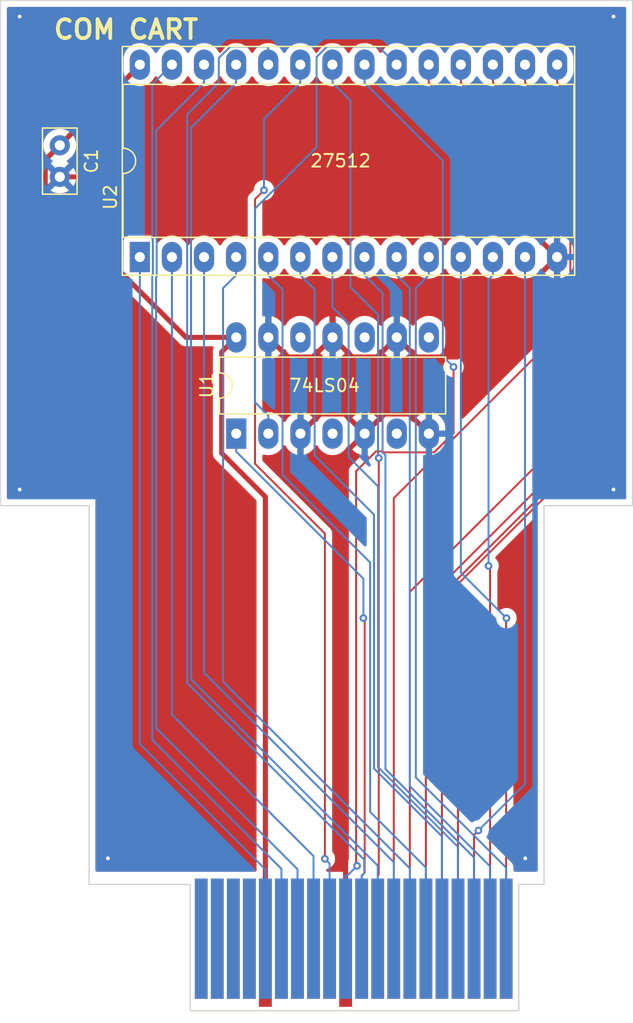
<source format=kicad_pcb>
(kicad_pcb (version 20221018) (generator pcbnew)
  (layers (0 "F.Cu" signal) (31 "B.Cu" signal) (34 "B.Paste" user) (35 "F.Paste" user) (36 "B.SilkS" user "B.Silkscreen") (37 "F.SilkS" user "F.Silkscreen") (38 "B.Mask" user) (39 "F.Mask" user) (44 "Edge.Cuts" user))
  (net 0 "")
  (net 1 "Net-(J1-CE)")
  (net 2 "~{CE}")
  (net 3 "GND")
  (net 9 "+5V")
  (net 10 "A15")
  (net 11 "A12")
  (net 12 "A7")
  (net 13 "A6")
  (net 14 "A5")
  (net 15 "A4")
  (net 16 "A3")
  (net 17 "A2")
  (net 18 "A1")
  (net 19 "A0")
  (net 20 "D0")
  (net 21 "D1")
  (net 22 "D2")
  (net 23 "D3")
  (net 24 "D4")
  (net 25 "D5")
  (net 26 "D6")
  (net 27 "D7")
  (net 28 "A10")
  (net 29 "~{OE}")
  (net 30 "A11")
  (net 31 "A9")
  (net 32 "A8")
  (net 33 "A13")
  (net 34 "A14")
  (footprint "ffff:GameCom" (layer "F.Cu") (at 152.935 119.5375)
    (fp_text reference "J1" hide)
    (fp_text value "~")
    (pad "0" connect rect (at -12.065 4.7625) (size 1.016 9.525) (layers "F.Cu" "F.Mask"))
    (pad "1" connect rect (at -10.795 4.7625) (size 1.016 9.525) (layers "F.Cu" "F.Mask"))
    (pad "2" connect rect (at -9.525 4.7625) (size 1.016 9.525) (layers "F.Cu" "F.Mask"))
    (pad "3" connect rect (at -8.255 4.7625) (size 1.016 9.525) (layers "F.Cu" "F.Mask"))
    (pad "4" connect rect (at -6.985 5.08) (size 1.016 10.16) (layers "F.Cu" "F.Mask") (net 9 "+5V"))
    (pad "5" connect rect (at -5.715 4.7625) (size 1.016 9.525) (layers "F.Cu" "F.Mask"))
    (pad "6" connect rect (at -4.445 4.7625) (size 1.016 9.525) (layers "F.Cu" "F.Mask"))
    (pad "7" connect rect (at -3.175 4.7625) (size 1.016 9.525) (layers "F.Cu" "F.Mask"))
    (pad "8" connect rect (at -1.905 4.7625) (size 1.016 9.525) (layers "F.Cu" "F.Mask"))
    (pad "9" connect rect (at -0.635 5.08) (size 1.016 10.16) (layers "F.Cu" "F.Mask") (net 3 "GND"))
    (pad "10" connect rect (at 0.635 4.7625) (size 1.016 9.525) (layers "F.Cu" "F.Mask") (net 1 "Net-(J1-CE)"))
    (pad "11" connect rect (at 1.905 4.7625) (size 1.016 9.525) (layers "F.Cu" "F.Mask") (net 29 "~{OE}"))
    (pad "12" connect rect (at 3.175 4.7625) (size 1.016 9.525) (layers "F.Cu" "F.Mask") (net 27 "D7"))
    (pad "13" connect rect (at 4.445 4.7625) (size 1.016 9.525) (layers "F.Cu" "F.Mask") (net 26 "D6"))
    (pad "14" connect rect (at 5.715 4.7625) (size 1.016 9.525) (layers "F.Cu" "F.Mask") (net 25 "D5"))
    (pad "15" connect rect (at 6.985 4.7625) (size 1.016 9.525) (layers "F.Cu" "F.Mask") (net 24 "D4"))
    (pad "16" connect rect (at 8.255 4.7625) (size 1.016 9.525) (layers "F.Cu" "F.Mask") (net 23 "D3"))
    (pad "17" connect rect (at 9.525 4.7625) (size 1.016 9.525) (layers "F.Cu" "F.Mask") (net 22 "D2"))
    (pad "18" connect rect (at 10.795 4.7625) (size 1.016 9.525) (layers "F.Cu" "F.Mask") (net 21 "D1"))
    (pad "19" connect rect (at 12.065 4.7625) (size 1.016 9.525) (layers "F.Cu" "F.Mask") (net 20 "D0"))
    (pad "20" connect rect (at 12.065 4.7625) (size 1.016 9.525) (layers "B.Cu" "B.Mask") (net 19 "A0"))
    (pad "21" connect rect (at 10.795 4.7625) (size 1.016 9.525) (layers "B.Cu" "B.Mask") (net 18 "A1"))
    (pad "22" connect rect (at 9.525 4.7625) (size 1.016 9.525) (layers "B.Cu" "B.Mask") (net 17 "A2"))
    (pad "23" connect rect (at 8.255 4.7625) (size 1.016 9.525) (layers "B.Cu" "B.Mask") (net 16 "A3"))
    (pad "24" connect rect (at 6.985 4.7625) (size 1.016 9.525) (layers "B.Cu" "B.Mask") (net 15 "A4"))
    (pad "25" connect rect (at 5.715 4.7625) (size 1.016 9.525) (layers "B.Cu" "B.Mask") (net 14 "A5"))
    (pad "26" connect rect (at 4.445 4.7625) (size 1.016 9.525) (layers "B.Cu" "B.Mask") (net 13 "A6"))
    (pad "27" connect rect (at 3.175 4.7625) (size 1.016 9.525) (layers "B.Cu" "B.Mask") (net 12 "A7"))
    (pad "28" connect rect (at 1.905 4.7625) (size 1.016 9.525) (layers "B.Cu" "B.Mask") (net 32 "A8"))
    (pad "29" connect rect (at 0.635 4.7625) (size 1.016 9.525) (layers "B.Cu" "B.Mask") (net 31 "A9"))
    (pad "30" connect rect (at -0.635 4.7625) (size 1.016 9.525) (layers "B.Cu" "B.Mask") (net 28 "A10"))
    (pad "31" connect rect (at -1.905 4.7625) (size 1.016 9.525) (layers "B.Cu" "B.Mask") (net 30 "A11"))
    (pad "32" connect rect (at -3.175 4.7625) (size 1.016 9.525) (layers "B.Cu" "B.Mask") (net 11 "A12"))
    (pad "33" connect rect (at -4.445 4.7625) (size 1.016 9.525) (layers "B.Cu" "B.Mask") (net 33 "A13"))
    (pad "34" connect rect (at -5.715 4.7625) (size 1.016 9.525) (layers "B.Cu" "B.Mask") (net 34 "A14"))
    (pad "35" connect rect (at -6.985 4.7625) (size 1.016 9.525) (layers "B.Cu" "B.Mask") (net 10 "A15"))
    (pad "36" connect rect (at -8.255 4.7625) (size 1.016 9.525) (layers "B.Cu" "B.Mask"))
    (pad "37" connect rect (at -9.525 4.7625) (size 1.016 9.525) (layers "B.Cu" "B.Mask"))
    (pad "38" connect rect (at -10.795 4.7625) (size 1.016 9.525) (layers "B.Cu" "B.Mask"))
    (pad "39" connect rect (at -12.065 4.7625) (size 1.016 9.525) (layers "B.Cu" "B.Mask"))
  )
  (footprint "Package_DIP:DIP-28_W15.24mm_Socket_LongPads" (layer "F.Cu") (at 136.015 70.31 90)
    (fp_text reference "U2" (at 4.74 -2.33 90) (layer "F.SilkS"))
    (fp_text value "27512" (at 7.62 15.89 180) (layer "F.SilkS"))
    (fp_line (start -1.44 -1.39) (end -1.44 34.41) (stroke (width 0.12)) (layer "F.SilkS"))
    (fp_line (start -1.44 34.41) (end 16.68 34.41) (stroke (width 0.12)) (layer "F.SilkS"))
    (fp_line (start 1.56 -1.33) (end 1.56 34.35) (stroke (width 0.12)) (layer "F.SilkS"))
    (fp_line (start 1.56 34.35) (end 13.68 34.35) (stroke (width 0.12)) (layer "F.SilkS"))
    (fp_line (start 6.62 -1.33) (end 1.56 -1.33) (stroke (width 0.12)) (layer "F.SilkS"))
    (fp_line (start 13.68 -1.33) (end 8.62 -1.33) (stroke (width 0.12)) (layer "F.SilkS"))
    (fp_line (start 13.68 34.35) (end 13.68 -1.33) (stroke (width 0.12)) (layer "F.SilkS"))
    (fp_line (start 16.68 -1.39) (end -1.44 -1.39) (stroke (width 0.12)) (layer "F.SilkS"))
    (fp_line (start 16.68 34.41) (end 16.68 -1.39) (stroke (width 0.12)) (layer "F.SilkS"))
    (fp_arc (start 8.62 -1.33) (mid 7.62 -0.33) (end 6.62 -1.33) (stroke (width 0.12)) (layer "F.SilkS"))
    (pad "1" thru_hole rect (at 0 0 90) (size 2.4 1.6) (drill 0.8) (layers "*.Cu" "*.Mask") (net 10 "A15"))
    (pad "2" thru_hole oval (at 0 2.54 90) (size 2.4 1.6) (drill 0.8) (layers "*.Cu" "*.Mask") (net 11 "A12"))
    (pad "3" thru_hole oval (at 0 5.08 90) (size 2.4 1.6) (drill 0.8) (layers "*.Cu" "*.Mask") (net 12 "A7"))
    (pad "4" thru_hole oval (at 0 7.62 90) (size 2.4 1.6) (drill 0.8) (layers "*.Cu" "*.Mask") (net 13 "A6"))
    (pad "5" thru_hole oval (at 0 10.16 90) (size 2.4 1.6) (drill 0.8) (layers "*.Cu" "*.Mask") (net 14 "A5"))
    (pad "6" thru_hole oval (at 0 12.7 90) (size 2.4 1.6) (drill 0.8) (layers "*.Cu" "*.Mask") (net 15 "A4"))
    (pad "7" thru_hole oval (at 0 15.24 90) (size 2.4 1.6) (drill 0.8) (layers "*.Cu" "*.Mask") (net 16 "A3"))
    (pad "8" thru_hole oval (at 0 17.78 90) (size 2.4 1.6) (drill 0.8) (layers "*.Cu" "*.Mask") (net 17 "A2"))
    (pad "9" thru_hole oval (at 0 20.32 90) (size 2.4 1.6) (drill 0.8) (layers "*.Cu" "*.Mask") (net 18 "A1"))
    (pad "10" thru_hole oval (at 0 22.86 90) (size 2.4 1.6) (drill 0.8) (layers "*.Cu" "*.Mask") (net 19 "A0"))
    (pad "11" thru_hole oval (at 0 25.4 90) (size 2.4 1.6) (drill 0.8) (layers "*.Cu" "*.Mask") (net 20 "D0"))
    (pad "12" thru_hole oval (at 0 27.94 90) (size 2.4 1.6) (drill 0.8) (layers "*.Cu" "*.Mask") (net 21 "D1"))
    (pad "13" thru_hole oval (at 0 30.48 90) (size 2.4 1.6) (drill 0.8) (layers "*.Cu" "*.Mask") (net 22 "D2"))
    (pad "14" thru_hole oval (at 0 33.02 90) (size 2.4 1.6) (drill 0.8) (layers "*.Cu" "*.Mask") (net 3 "GND"))
    (pad "15" thru_hole oval (at 15.24 33.02 90) (size 2.4 1.6) (drill 0.8) (layers "*.Cu" "*.Mask") (net 23 "D3"))
    (pad "16" thru_hole oval (at 15.24 30.48 90) (size 2.4 1.6) (drill 0.8) (layers "*.Cu" "*.Mask") (net 24 "D4"))
    (pad "17" thru_hole oval (at 15.24 27.94 90) (size 2.4 1.6) (drill 0.8) (layers "*.Cu" "*.Mask") (net 25 "D5"))
    (pad "18" thru_hole oval (at 15.24 25.4 90) (size 2.4 1.6) (drill 0.8) (layers "*.Cu" "*.Mask") (net 26 "D6"))
    (pad "19" thru_hole oval (at 15.24 22.86 90) (size 2.4 1.6) (drill 0.8) (layers "*.Cu" "*.Mask") (net 27 "D7"))
    (pad "20" thru_hole oval (at 15.24 20.32 90) (size 2.4 1.6) (drill 0.8) (layers "*.Cu" "*.Mask") (net 2 "~{CE}"))
    (pad "21" thru_hole oval (at 15.24 17.78 90) (size 2.4 1.6) (drill 0.8) (layers "*.Cu" "*.Mask") (net 28 "A10"))
    (pad "22" thru_hole oval (at 15.24 15.24 90) (size 2.4 1.6) (drill 0.8) (layers "*.Cu" "*.Mask") (net 29 "~{OE}"))
    (pad "23" thru_hole oval (at 15.24 12.7 90) (size 2.4 1.6) (drill 0.8) (layers "*.Cu" "*.Mask") (net 30 "A11"))
    (pad "24" thru_hole oval (at 15.24 10.16 90) (size 2.4 1.6) (drill 0.8) (layers "*.Cu" "*.Mask") (net 31 "A9"))
    (pad "25" thru_hole oval (at 15.24 7.62 90) (size 2.4 1.6) (drill 0.8) (layers "*.Cu" "*.Mask") (net 32 "A8"))
    (pad "26" thru_hole oval (at 15.24 5.08 90) (size 2.4 1.6) (drill 0.8) (layers "*.Cu" "*.Mask") (net 33 "A13"))
    (pad "27" thru_hole oval (at 15.24 2.54 90) (size 2.4 1.6) (drill 0.8) (layers "*.Cu" "*.Mask") (net 34 "A14"))
    (pad "28" thru_hole oval (at 15.24 0 90) (size 2.4 1.6) (drill 0.8) (layers "*.Cu" "*.Mask") (net 9 "+5V"))
  )
  (footprint "Capacitor_THT:C_Disc_D5.0mm_W2.5mm_P2.50mm" (layer "F.Cu") (at 129.68 61.46 -90)
    (fp_text reference "C1" (at 1.25 -2.5 90) (layer "F.SilkS"))
    (fp_text value "0.01uF")
    (fp_line (start -1.37 -1.37) (end -1.37 1.37) (stroke (width 0.12)) (layer "F.SilkS"))
    (fp_line (start -1.37 -1.37) (end 3.87 -1.37) (stroke (width 0.12)) (layer "F.SilkS"))
    (fp_line (start -1.37 1.37) (end 3.87 1.37) (stroke (width 0.12)) (layer "F.SilkS"))
    (fp_line (start 3.87 -1.37) (end 3.87 1.37) (stroke (width 0.12)) (layer "F.SilkS"))
    (pad "1" thru_hole circle (at 0 0 270) (size 1.6 1.6) (drill 0.8) (layers "*.Cu" "*.Mask") (net 9 "+5V"))
    (pad "2" thru_hole circle (at 2.5 0 270) (size 1.6 1.6) (drill 0.8) (layers "*.Cu" "*.Mask") (net 3 "GND"))
  )
  (footprint "Package_DIP:DIP-14_W7.62mm_LongPads" (layer "F.Cu") (at 143.645 84.295 90)
    (fp_text reference "U1" (at 3.81 -2.33 90) (layer "F.SilkS"))
    (fp_text value "74LS04" (at 3.81 6.99 180) (layer "F.SilkS"))
    (fp_line (start 1.56 -1.33) (end 1.56 16.57) (stroke (width 0.12)) (layer "F.SilkS"))
    (fp_line (start 1.56 16.57) (end 6.06 16.57) (stroke (width 0.12)) (layer "F.SilkS"))
    (fp_line (start 2.81 -1.33) (end 1.56 -1.33) (stroke (width 0.12)) (layer "F.SilkS"))
    (fp_line (start 6.06 -1.33) (end 4.81 -1.33) (stroke (width 0.12)) (layer "F.SilkS"))
    (fp_line (start 6.06 16.57) (end 6.06 -1.33) (stroke (width 0.12)) (layer "F.SilkS"))
    (fp_arc (start 4.81 -1.33) (mid 3.81 -0.33) (end 2.81 -1.33) (stroke (width 0.12)) (layer "F.SilkS"))
    (pad "1" thru_hole rect (at 0 0 90) (size 2.4 1.6) (drill 0.8) (layers "*.Cu" "*.Mask") (net 1 "Net-(J1-CE)"))
    (pad "2" thru_hole oval (at 0 2.54 90) (size 2.4 1.6) (drill 0.8) (layers "*.Cu" "*.Mask") (net 2 "~{CE}"))
    (pad "3" thru_hole oval (at 0 5.08 90) (size 2.4 1.6) (drill 0.8) (layers "*.Cu" "*.Mask") (net 3 "GND"))
    (pad "4" thru_hole oval (at 0 7.62 90) (size 2.4 1.6) (drill 0.8) (layers "*.Cu" "*.Mask"))
    (pad "5" thru_hole oval (at 0 10.16 90) (size 2.4 1.6) (drill 0.8) (layers "*.Cu" "*.Mask") (net 3 "GND"))
    (pad "6" thru_hole oval (at 0 12.7 90) (size 2.4 1.6) (drill 0.8) (layers "*.Cu" "*.Mask"))
    (pad "7" thru_hole oval (at 0 15.24 90) (size 2.4 1.6) (drill 0.8) (layers "*.Cu" "*.Mask") (net 3 "GND"))
    (pad "8" thru_hole oval (at 7.62 15.24 90) (size 2.4 1.6) (drill 0.8) (layers "*.Cu" "*.Mask"))
    (pad "9" thru_hole oval (at 7.62 12.7 90) (size 2.4 1.6) (drill 0.8) (layers "*.Cu" "*.Mask") (net 3 "GND"))
    (pad "10" thru_hole oval (at 7.62 10.16 90) (size 2.4 1.6) (drill 0.8) (layers "*.Cu" "*.Mask"))
    (pad "11" thru_hole oval (at 7.62 7.62 90) (size 2.4 1.6) (drill 0.8) (layers "*.Cu" "*.Mask") (net 3 "GND"))
    (pad "12" thru_hole oval (at 7.62 5.08 90) (size 2.4 1.6) (drill 0.8) (layers "*.Cu" "*.Mask"))
    (pad "13" thru_hole oval (at 7.62 2.54 90) (size 2.4 1.6) (drill 0.8) (layers "*.Cu" "*.Mask") (net 3 "GND"))
    (pad "14" thru_hole oval (at 7.62 0 90) (size 2.4 1.6) (drill 0.8) (layers "*.Cu" "*.Mask") (net 9 "+5V"))
  )
  (gr_line (start 175 90) (end 175 50) (stroke (width 0.1)) (layer "Edge.Cuts"))
  (gr_line (start 168 90) (end 175 90) (stroke (width 0.1)) (layer "Edge.Cuts"))
  (gr_line (start 140 120) (end 132 120) (stroke (width 0.1)) (layer "Edge.Cuts"))
  (gr_line (start 168 90) (end 168 120) (stroke (width 0.1)) (layer "Edge.Cuts"))
  (gr_line (start 166 120) (end 168 120) (stroke (width 0.1)) (layer "Edge.Cuts"))
  (gr_line (start 132 120) (end 132 90) (stroke (width 0.1)) (layer "Edge.Cuts"))
  (gr_line (start 125 90) (end 132 90) (stroke (width 0.1)) (layer "Edge.Cuts"))
  (gr_line (start 140 130) (end 140 120) (stroke (width 0.1)) (layer "Edge.Cuts"))
  (gr_line (start 140 130) (end 166 130) (stroke (width 0.1)) (layer "Edge.Cuts"))
  (gr_line (start 166 130) (end 166 120) (stroke (width 0.1)) (layer "Edge.Cuts"))
  (gr_line (start 175 50) (end 125 50) (stroke (width 0.1)) (layer "Edge.Cuts"))
  (gr_line (start 125 50) (end 125 90) (stroke (width 0.1)) (layer "Edge.Cuts"))
  (gr_text "COM CART" (at 129.045 53.165) (layer "F.SilkS") (effects (font (size 1.5 1.5) (thickness 0.3) bold) (justify left bottom)))
  (segment (start 153.8057 99.0099) (end 153.8057 119.0731) (width 0.1524) (layer "F.Cu") (net 1))
  (segment (start 153.8057 119.0731) (end 153.57 119.3088) (width 0.1524) (layer "F.Cu") (net 1))
  (segment (start 153.7066 98.9108) (end 153.8057 99.0099) (width 0.1524) (layer "F.Cu") (net 1))
  (segment (start 153.57 124.3) (end 153.57 119.3088) (width 0.1524) (layer "F.Cu") (net 1))
  (via (at 153.7066 98.9108) (size 0.605) (drill 0.3) (layers "F.Cu" "B.Cu") (net 1))
  (segment (start 143.645 85.7237) (end 153.7066 95.7853) (width 0.1524) (layer "B.Cu") (net 1))
  (segment (start 153.7066 95.7853) (end 153.7066 98.9108) (width 0.1524) (layer "B.Cu") (net 1))
  (segment (start 143.645 84.295) (end 143.645 85.7237) (width 0.1524) (layer "B.Cu") (net 1))
  (segment (start 154.9063 53.6413) (end 156.335 55.07) (width 0.1524) (layer "B.Cu") (net 2))
  (segment (start 150 61.6051) (end 150 54.47034) (width 0.1524) (layer "B.Cu") (net 2))
  (segment (start 150 54.47034) (end 150.82904 53.6413) (width 0.1524) (layer "B.Cu") (net 2))
  (segment (start 145.1223 81.8036) (end 145.1223 66.4828) (width 0.1524) (layer "B.Cu") (net 2))
  (segment (start 145.1223 66.4828) (end 150 61.6051) (width 0.1524) (layer "B.Cu") (net 2))
  (segment (start 146.185 84.295) (end 146.185 82.8663) (width 0.1524) (layer "B.Cu") (net 2))
  (segment (start 150.82904 53.6413) (end 154.9063 53.6413) (width 0.1524) (layer "B.Cu") (net 2))
  (segment (start 146.185 82.8663) (end 145.1223 81.8036) (width 0.1524) (layer "B.Cu") (net 2))
  (segment (start 154.793 78.2274) (end 152.817 78.2274) (width 0.4) (layer "F.Cu") (net 3))
  (segment (start 161.118 78.2274) (end 157.8974 78.2274) (width 0.4) (layer "F.Cu") (net 3))
  (segment (start 148.725 84.295) (end 150.277 82.7426) (width 0.4) (layer "F.Cu") (net 3))
  (segment (start 129.68 63.96) (end 162.685 63.96) (width 0.4) (layer "F.Cu") (net 3))
  (segment (start 157.8974 78.2274) (end 157.897 78.2274) (width 0.4) (layer "F.Cu") (net 3))
  (segment (start 147.737 78.2274) (end 146.185 76.675) (width 0.4) (layer "F.Cu") (net 3))
  (segment (start 152.253 82.7426) (end 153.805 84.295) (width 0.4) (layer "F.Cu") (net 3))
  (segment (start 153.805 84.295) (end 155.357 82.7426) (width 0.4) (layer "F.Cu") (net 3))
  (segment (start 157.333 82.7426) (end 158.885 84.295) (width 0.4) (layer "F.Cu") (net 3))
  (segment (start 158.885 79.215) (end 157.8974 78.2274) (width 0.4) (layer "F.Cu") (net 3))
  (segment (start 152.3 85.79) (end 153.795 84.295) (width 0.4) (layer "F.Cu") (net 3))
  (segment (start 169.035 70.31) (end 161.118 78.2274) (width 0.4) (layer "F.Cu") (net 3))
  (segment (start 158.885 84.295) (end 158.885 79.215) (width 0.4) (layer "F.Cu") (net 3))
  (segment (start 156.345 76.675) (end 154.793 78.2274) (width 0.4) (layer "F.Cu") (net 3))
  (segment (start 151.265 76.675) (end 149.713 78.2274) (width 0.4) (layer "F.Cu") (net 3))
  (segment (start 149.713 78.2274) (end 147.737 78.2274) (width 0.4) (layer "F.Cu") (net 3))
  (segment (start 152.817 78.2274) (end 151.265 76.675) (width 0.4) (layer "F.Cu") (net 3))
  (segment (start 162.685 63.96) (end 169.035 70.31) (width 0.4) (layer "F.Cu") (net 3))
  (segment (start 152.3 124.6175) (end 152.3 85.79) (width 0.4) (layer "F.Cu") (net 3))
  (segment (start 150.277 82.7426) (end 152.253 82.7426) (width 0.4) (layer "F.Cu") (net 3))
  (segment (start 157.8974 78.2274) (end 156.345 76.675) (width 0.4) (layer "F.Cu") (net 3))
  (segment (start 157.897 78.2274) (end 156.345 76.675) (width 0.4) (layer "F.Cu") (net 3))
  (segment (start 153.795 84.295) (end 153.805 84.295) (width 0.4) (layer "F.Cu") (net 3))
  (segment (start 155.357 82.7426) (end 157.333 82.7426) (width 0.4) (layer "F.Cu") (net 3))
  (via (at 173.495 51.26) (size 0.605) (drill 0.3) (layers "F.Cu" "B.Cu") (net 3))
  (via (at 126.505 88.725) (size 0.605) (drill 0.3) (layers "F.Cu" "B.Cu") (net 3))
  (via (at 126.505 51.26) (size 0.605) (drill 0.3) (layers "F.Cu" "B.Cu") (net 3))
  (via (at 133.49 117.935) (size 0.605) (drill 0.3) (layers "F.Cu" "B.Cu") (net 3))
  (via (at 166.51 117.935) (size 0.605) (drill 0.3) (layers "F.Cu" "B.Cu") (net 3))
  (via (at 173.495 88.725) (size 0.605) (drill 0.3) (layers "F.Cu" "B.Cu") (net 3))
  (segment (start 139.675 76.675) (end 128.528 65.5274) (width 0.4) (layer "F.Cu") (net 9))
  (segment (start 129.68 61.46) (end 136.015 55.125) (width 0.4) (layer "F.Cu") (net 9))
  (segment (start 142.493 77.8274) (end 143.645 76.675) (width 0.4) (layer "F.Cu") (net 9))
  (segment (start 143.645 76.675) (end 139.675 76.675) (width 0.4) (layer "F.Cu") (net 9))
  (segment (start 128.528 65.5274) (end 128.528 62.6124) (width 0.4) (layer "F.Cu") (net 9))
  (segment (start 145.95 89.3048) (end 142.493 85.8474) (width 0.4) (layer "F.Cu") (net 9))
  (segment (start 128.528 62.6124) (end 129.68 61.46) (width 0.4) (layer "F.Cu") (net 9))
  (segment (start 136.015 55.125) (end 136.015 55.07) (width 0.4) (layer "F.Cu") (net 9))
  (segment (start 142.493 85.8474) (end 142.493 77.8274) (width 0.4) (layer "F.Cu") (net 9))
  (segment (start 145.95 124.6175) (end 145.95 89.3048) (width 0.4) (layer "F.Cu") (net 9))
  (segment (start 136.015 70.31) (end 136.015 108.8736) (width 0.1524) (layer "B.Cu") (net 10))
  (segment (start 145.95 118.8086) (end 145.95 124.3) (width 0.1524) (layer "B.Cu") (net 10))
  (segment (start 136.015 108.8736) (end 145.95 118.8086) (width 0.1524) (layer "B.Cu") (net 10))
  (segment (start 149.76 117.7583) (end 149.76 124.3) (width 0.1524) (layer "B.Cu") (net 11))
  (segment (start 138.555 70.31) (end 138.555 106.5533) (width 0.1524) (layer "B.Cu") (net 11))
  (segment (start 138.555 106.5533) (end 149.76 117.7583) (width 0.1524) (layer "B.Cu") (net 11))
  (segment (start 156.11 118.2407) (end 141.095 103.2257) (width 0.1524) (layer "B.Cu") (net 12))
  (segment (start 156.11 124.3) (end 156.11 118.2407) (width 0.1524) (layer "B.Cu") (net 12))
  (segment (start 141.095 103.2257) (end 141.095 70.31) (width 0.1524) (layer "B.Cu") (net 12))
  (segment (start 143.635 70.31) (end 143.635 71.7387) (width 0.1524) (layer "B.Cu") (net 13))
  (segment (start 142.6003 72.7734) (end 142.6003 103.9471) (width 0.1524) (layer "B.Cu") (net 13))
  (segment (start 143.635 71.7387) (end 142.6003 72.7734) (width 0.1524) (layer "B.Cu") (net 13))
  (segment (start 142.6003 103.9471) (end 157.38 118.7268) (width 0.1524) (layer "B.Cu") (net 13))
  (segment (start 157.38 118.7268) (end 157.38 124.3) (width 0.1524) (layer "B.Cu") (net 13))
  (segment (start 146.175 71.7387) (end 147.3066 72.8703) (width 0.1524) (layer "B.Cu") (net 14))
  (segment (start 147.3066 72.8703) (end 147.3066 87.5692) (width 0.1524) (layer "B.Cu") (net 14))
  (segment (start 154.2378 94.5004) (end 154.2378 114.2541) (width 0.1524) (layer "B.Cu") (net 14))
  (segment (start 146.175 70.31) (end 146.175 71.7387) (width 0.1524) (layer "B.Cu") (net 14))
  (segment (start 147.3066 87.5692) (end 154.2378 94.5004) (width 0.1524) (layer "B.Cu") (net 14))
  (segment (start 154.2378 114.2541) (end 158.65 118.6663) (width 0.1524) (layer "B.Cu") (net 14))
  (segment (start 158.65 118.6663) (end 158.65 124.3) (width 0.1524) (layer "B.Cu") (net 14))
  (segment (start 149.8466 72.8703) (end 148.715 71.7387) (width 0.1524) (layer "B.Cu") (net 15))
  (segment (start 159.92 124.3) (end 159.92 116.194) (width 0.1524) (layer "B.Cu") (net 15))
  (segment (start 149.8466 86.0147) (end 149.8466 72.8703) (width 0.1524) (layer "B.Cu") (net 15))
  (segment (start 159.92 116.194) (end 154.5453 110.8193) (width 0.1524) (layer "B.Cu") (net 15))
  (segment (start 148.715 70.31) (end 148.715 71.7387) (width 0.1524) (layer "B.Cu") (net 15))
  (segment (start 154.5453 110.8193) (end 154.5453 90.7134) (width 0.1524) (layer "B.Cu") (net 15))
  (segment (start 154.5453 90.7134) (end 149.8466 86.0147) (width 0.1524) (layer "B.Cu") (net 15))
  (segment (start 152.535 75.5587) (end 151.255 74.2787) (width 0.1524) (layer "B.Cu") (net 16))
  (segment (start 161.19 117.0326) (end 154.8646 110.7072) (width 0.1524) (layer "B.Cu") (net 16))
  (segment (start 154.8646 88.4717) (end 152.535 86.1421) (width 0.1524) (layer "B.Cu") (net 16))
  (segment (start 161.19 124.3) (end 161.19 117.0326) (width 0.1524) (layer "B.Cu") (net 16))
  (segment (start 151.255 74.2787) (end 151.255 70.31) (width 0.1524) (layer "B.Cu") (net 16))
  (segment (start 152.535 86.1421) (end 152.535 75.5587) (width 0.1524) (layer "B.Cu") (net 16))
  (segment (start 154.8646 110.7072) (end 154.8646 88.4717) (width 0.1524) (layer "B.Cu") (net 16))
  (segment (start 155.4501 86.0126) (end 155.2237 85.7862) (width 0.1524) (layer "B.Cu") (net 17))
  (segment (start 153.795 70.31) (end 153.795 71.7387) (width 0.1524) (layer "B.Cu") (net 17))
  (segment (start 162.46 124.3) (end 162.46 117.8713) (width 0.1524) (layer "B.Cu") (net 17))
  (segment (start 155.2237 85.7862) (end 155.2237 73.1674) (width 0.1524) (layer "B.Cu") (net 17))
  (segment (start 155.4501 110.8614) (end 155.4501 86.0126) (width 0.1524) (layer "B.Cu") (net 17))
  (segment (start 162.46 117.8713) (end 155.4501 110.8614) (width 0.1524) (layer "B.Cu") (net 17))
  (segment (start 155.2237 73.1674) (end 153.795 71.7387) (width 0.1524) (layer "B.Cu") (net 17))
  (segment (start 156.335 71.7387) (end 157.3737 72.7774) (width 0.1524) (layer "B.Cu") (net 18))
  (segment (start 156.335 70.31) (end 156.335 71.7387) (width 0.1524) (layer "B.Cu") (net 18))
  (segment (start 157.3737 72.7774) (end 157.3737 112.2141) (width 0.1524) (layer "B.Cu") (net 18))
  (segment (start 163.73 118.5704) (end 163.73 124.3) (width 0.1524) (layer "B.Cu") (net 18))
  (segment (start 157.3737 112.2141) (end 163.73 118.5704) (width 0.1524) (layer "B.Cu") (net 18))
  (segment (start 158.875 70.31) (end 158.875 71.7387) (width 0.1524) (layer "B.Cu") (net 19))
  (segment (start 165 118.6752) (end 165 124.3) (width 0.1524) (layer "B.Cu") (net 19))
  (segment (start 157.8512 72.7625) (end 157.8512 111.5264) (width 0.1524) (layer "B.Cu") (net 19))
  (segment (start 158.875 71.7387) (end 157.8512 72.7625) (width 0.1524) (layer "B.Cu") (net 19))
  (segment (start 157.8512 111.5264) (end 165 118.6752) (width 0.1524) (layer "B.Cu") (net 19))
  (segment (start 165 98.9349) (end 165 124.3) (width 0.1524) (layer "F.Cu") (net 20))
  (segment (start 165.0241 98.9108) (end 165 98.9349) (width 0.1524) (layer "F.Cu") (net 20))
  (via (at 165.0241 98.9108) (size 0.605) (drill 0.3) (layers "F.Cu" "B.Cu") (net 20))
  (segment (start 161.415 70.31) (end 161.415 95.3017) (width 0.1524) (layer "B.Cu") (net 20))
  (segment (start 161.415 95.3017) (end 165.0241 98.9108) (width 0.1524) (layer "B.Cu") (net 20))
  (segment (start 163.6072 94.7733) (end 163.73 94.8961) (width 0.1524) (layer "F.Cu") (net 21))
  (segment (start 163.73 94.8961) (end 163.73 124.3) (width 0.1524) (layer "F.Cu") (net 21))
  (via (at 163.6072 94.7733) (size 0.605) (drill 0.3) (layers "F.Cu" "B.Cu") (net 21))
  (segment (start 163.6072 72.0865) (end 163.6072 94.7733) (width 0.1524) (layer "B.Cu") (net 21))
  (segment (start 163.955 71.7387) (end 163.6072 72.0865) (width 0.1524) (layer "B.Cu") (net 21))
  (segment (start 163.955 70.31) (end 163.955 71.7387) (width 0.1524) (layer "B.Cu") (net 21))
  (segment (start 162.8065 115.7305) (end 162.46 116.077) (width 0.1524) (layer "F.Cu") (net 22))
  (segment (start 162.46 116.077) (end 162.46 124.3) (width 0.1524) (layer "F.Cu") (net 22))
  (via (at 162.8065 115.7305) (size 0.605) (drill 0.3) (layers "F.Cu" "B.Cu") (net 22))
  (segment (start 166.495 112.042) (end 162.8065 115.7305) (width 0.1524) (layer "B.Cu") (net 22))
  (segment (start 166.495 70.31) (end 166.495 112.042) (width 0.1524) (layer "B.Cu") (net 22))
  (segment (start 171.4005 85.9982) (end 161.19 96.2087) (width 0.1524) (layer "F.Cu") (net 23))
  (segment (start 161.19 96.2087) (end 161.19 124.3) (width 0.1524) (layer "F.Cu") (net 23))
  (segment (start 169.035 55.07) (end 169.035 56.4987) (width 0.1524) (layer "F.Cu") (net 23))
  (segment (start 169.035 56.4987) (end 171.4005 58.8642) (width 0.1524) (layer "F.Cu") (net 23))
  (segment (start 171.4005 58.8642) (end 171.4005 85.9982) (width 0.1524) (layer "F.Cu") (net 23))
  (segment (start 159.92 97.0474) (end 159.92 124.3) (width 0.1524) (layer "F.Cu") (net 24))
  (segment (start 171.0235 61.0272) (end 171.0235 85.9439) (width 0.1524) (layer "F.Cu") (net 24))
  (segment (start 166.495 55.07) (end 166.495 56.4987) (width 0.1524) (layer "F.Cu") (net 24))
  (segment (start 171.0235 85.9439) (end 159.92 97.0474) (width 0.1524) (layer "F.Cu") (net 24))
  (segment (start 166.495 56.4987) (end 171.0235 61.0272) (width 0.1524) (layer "F.Cu") (net 24))
  (segment (start 170.6999 63.2436) (end 170.6999 85.4466) (width 0.1524) (layer "F.Cu") (net 25))
  (segment (start 158.65 97.4965) (end 158.65 124.3) (width 0.1524) (layer "F.Cu") (net 25))
  (segment (start 163.955 56.4987) (end 170.6999 63.2436) (width 0.1524) (layer "F.Cu") (net 25))
  (segment (start 163.955 55.07) (end 163.955 56.4987) (width 0.1524) (layer "F.Cu") (net 25))
  (segment (start 170.6999 85.4466) (end 158.65 97.4965) (width 0.1524) (layer "F.Cu") (net 25))
  (segment (start 161.415 56.4987) (end 170.3906 65.4743) (width 0.1524) (layer "F.Cu") (net 26))
  (segment (start 170.3906 65.4743) (end 170.3906 83.8216) (width 0.1524) (layer "F.Cu") (net 26))
  (segment (start 157.38 96.8322) (end 157.38 124.3) (width 0.1524) (layer "F.Cu") (net 26))
  (segment (start 170.3906 83.8216) (end 157.38 96.8322) (width 0.1524) (layer "F.Cu") (net 26))
  (segment (start 161.415 55.07) (end 161.415 56.4987) (width 0.1524) (layer "F.Cu") (net 26))
  (segment (start 170.0803 75.4351) (end 156.11 89.4054) (width 0.1524) (layer "F.Cu") (net 27))
  (segment (start 158.875 55.07) (end 158.875 56.4987) (width 0.1524) (layer "F.Cu") (net 27))
  (segment (start 170.0803 67.704) (end 170.0803 75.4351) (width 0.1524) (layer "F.Cu") (net 27))
  (segment (start 156.11 89.4054) (end 156.11 124.3) (width 0.1524) (layer "F.Cu") (net 27))
  (segment (start 158.875 56.4987) (end 170.0803 67.704) (width 0.1524) (layer "F.Cu") (net 27))
  (segment (start 159.3048 85.7793) (end 155.2168 85.7793) (width 0.1524) (layer "F.Cu") (net 28))
  (segment (start 154.6989 85.7015) (end 153.1297 87.2707) (width 0.1524) (layer "F.Cu") (net 28))
  (segment (start 160.8374 84.2467) (end 159.3048 85.7793) (width 0.1524) (layer "F.Cu") (net 28))
  (segment (start 153.1297 118.4565) (end 153.2039 118.5307) (width 0.1524) (layer "F.Cu") (net 28))
  (segment (start 155.2168 85.7793) (end 155.139 85.7015) (width 0.1524) (layer "F.Cu") (net 28))
  (segment (start 153.1297 87.2707) (end 153.1297 118.4565) (width 0.1524) (layer "F.Cu") (net 28))
  (segment (start 155.139 85.7015) (end 154.6989 85.7015) (width 0.1524) (layer "F.Cu") (net 28))
  (segment (start 160.8374 79.0153) (end 160.8374 84.2467) (width 0.1524) (layer "F.Cu") (net 28))
  (via (at 160.8374 79.0153) (size 0.605) (drill 0.3) (layers "F.Cu" "B.Cu") (net 28))
  (via (at 153.2039 118.5307) (size 0.605) (drill 0.3) (layers "F.Cu" "B.Cu") (net 28))
  (segment (start 159.99 62.6937) (end 159.99 78.1679) (width 0.1524) (layer "B.Cu") (net 28))
  (segment (start 153.795 56.4987) (end 159.99 62.6937) (width 0.1524) (layer "B.Cu") (net 28))
  (segment (start 152.4258 119.3088) (end 152.3 119.3088) (width 0.1524) (layer "B.Cu") (net 28))
  (segment (start 159.99 78.1679) (end 160.8374 79.0153) (width 0.1524) (layer "B.Cu") (net 28))
  (segment (start 153.795 55.07) (end 153.795 56.4987) (width 0.1524) (layer "B.Cu") (net 28))
  (segment (start 153.2039 118.5307) (end 152.4258 119.3088) (width 0.1524) (layer "B.Cu") (net 28))
  (segment (start 152.3 124.3) (end 152.3 119.3088) (width 0.1524) (layer "B.Cu") (net 28))
  (segment (start 154.9189 119.2299) (end 154.84 119.3088) (width 0.1524) (layer "F.Cu") (net 29))
  (segment (start 154.84 124.3) (end 154.84 119.3088) (width 0.1524) (layer "F.Cu") (net 29))
  (segment (start 154.9189 86.2327) (end 154.9189 119.2299) (width 0.1524) (layer "F.Cu") (net 29))
  (via (at 154.9189 86.2327) (size 0.605) (drill 0.3) (layers "F.Cu" "B.Cu") (net 29))
  (segment (start 152.6837 72.6872) (end 154.8644 74.8679) (width 0.1524) (layer "B.Cu") (net 29))
  (segment (start 152.6837 57.9274) (end 152.6837 72.6872) (width 0.1524) (layer "B.Cu") (net 29))
  (segment (start 151.255 56.4987) (end 152.6837 57.9274) (width 0.1524) (layer "B.Cu") (net 29))
  (segment (start 154.8644 74.8679) (end 154.8644 86.1782) (width 0.1524) (layer "B.Cu") (net 29))
  (segment (start 154.8644 86.1782) (end 154.9189 86.2327) (width 0.1524) (layer "B.Cu") (net 29))
  (segment (start 151.255 55.07) (end 151.255 56.4987) (width 0.1524) (layer "B.Cu") (net 29))
  (segment (start 150.6566 92.2107) (end 150.6566 117.9725) (width 0.1524) (layer "F.Cu") (net 30))
  (segment (start 145.1289 65.7249) (end 145.1289 86.683) (width 0.1524) (layer "F.Cu") (net 30))
  (segment (start 145.8368 65.017) (end 145.1289 65.7249) (width 0.1524) (layer "F.Cu") (net 30))
  (segment (start 145.1289 86.683) (end 150.6566 92.2107) (width 0.1524) (layer "F.Cu") (net 30))
  (via (at 150.6566 117.9725) (size 0.605) (drill 0.3) (layers "F.Cu" "B.Cu") (net 30))
  (via (at 145.8368 65.017) (size 0.605) (drill 0.3) (layers "F.Cu" "B.Cu") (net 30))
  (segment (start 148.715 55.07) (end 148.715 56.4987) (width 0.1524) (layer "B.Cu") (net 30))
  (segment (start 145.8368 59.3769) (end 145.8368 65.017) (width 0.1524) (layer "B.Cu") (net 30))
  (segment (start 150.6566 117.9725) (end 151.03 118.3459) (width 0.1524) (layer "B.Cu") (net 30))
  (segment (start 151.03 118.3459) (end 151.03 124.3) (width 0.1524) (layer "B.Cu") (net 30))
  (segment (start 148.715 56.4987) (end 145.8368 59.3769) (width 0.1524) (layer "B.Cu") (net 30))
  (segment (start 146.175 53.6413) (end 143.1737 53.6413) (width 0.1524) (layer "B.Cu") (net 31))
  (segment (start 139.7613 104.0409) (end 153.7699 118.0495) (width 0.1524) (layer "B.Cu") (net 31))
  (segment (start 153.7699 118.0495) (end 153.7699 119.1089) (width 0.1524) (layer "B.Cu") (net 31))
  (segment (start 153.57 119.3088) (end 153.57 124.3) (width 0.1524) (layer "B.Cu") (net 31))
  (segment (start 143.1737 53.6413) (end 142.2597 54.5553) (width 0.1524) (layer "B.Cu") (net 31))
  (segment (start 146.175 55.07) (end 146.175 53.6413) (width 0.1524) (layer "B.Cu") (net 31))
  (segment (start 153.7699 119.1089) (end 153.57 119.3088) (width 0.1524) (layer "B.Cu") (net 31))
  (segment (start 142.2597 54.5553) (end 142.2597 56.4988) (width 0.1524) (layer "B.Cu") (net 31))
  (segment (start 139.7613 58.9972) (end 139.7613 104.0409) (width 0.1524) (layer "B.Cu") (net 31))
  (segment (start 142.2597 56.4988) (end 139.7613 58.9972) (width 0.1524) (layer "B.Cu") (net 31))
  (segment (start 154.84 118.514) (end 154.84 124.3) (width 0.1524) (layer "B.Cu") (net 32))
  (segment (start 140.0663 103.7403) (end 154.84 118.514) (width 0.1524) (layer "B.Cu") (net 32))
  (segment (start 143.635 56.4987) (end 140.0663 60.0674) (width 0.1524) (layer "B.Cu") (net 32))
  (segment (start 140.0663 60.0674) (end 140.0663 103.7403) (width 0.1524) (layer "B.Cu") (net 32))
  (segment (start 143.635 55.07) (end 143.635 56.4987) (width 0.1524) (layer "B.Cu") (net 32))
  (segment (start 137.3 68.707453) (end 137.347901 68.755354) (width 0.1524) (layer "B.Cu") (net 33))
  (segment (start 141.095 56.4987) (end 137.3 60.2937) (width 0.1524) (layer "B.Cu") (net 33))
  (segment (start 137.3 60.2937) (end 137.3 68.707453) (width 0.1524) (layer "B.Cu") (net 33))
  (segment (start 137.347901 71.864646) (end 137.3 71.912547) (width 0.1524) (layer "B.Cu") (net 33))
  (segment (start 137.3 107.6059) (end 148.49 118.7959) (width 0.1524) (layer "B.Cu") (net 33))
  (segment (start 148.49 118.7959) (end 148.49 124.3) (width 0.1524) (layer "B.Cu") (net 33))
  (segment (start 137.347901 68.755354) (end 137.347901 71.864646) (width 0.1524) (layer "B.Cu") (net 33))
  (segment (start 137.3 71.912547) (end 137.3 107.6059) (width 0.1524) (layer "B.Cu") (net 33))
  (segment (start 141.095 55.07) (end 141.095 56.4987) (width 0.1524) (layer "B.Cu") (net 33))
  (segment (start 136.995699 68.833499) (end 137.0436 68.8814) (width 0.1524) (layer "B.Cu") (net 34))
  (segment (start 136.995699 71.7386) (end 136.995699 108.545599) (width 0.1524) (layer "B.Cu") (net 34))
  (segment (start 136.995699 56.629301) (end 136.995699 68.833499) (width 0.1524) (layer "B.Cu") (net 34))
  (segment (start 137.0436 68.8814) (end 137.0436 71.690699) (width 0.1524) (layer "B.Cu") (net 34))
  (segment (start 137.0436 71.690699) (end 136.995699 71.7386) (width 0.1524) (layer "B.Cu") (net 34))
  (segment (start 138.555 55.07) (end 136.995699 56.629301) (width 0.1524) (layer "B.Cu") (net 34))
  (segment (start 147.22 118.7699) (end 147.22 124.3) (width 0.1524) (layer "B.Cu") (net 34))
  (segment (start 136.995699 108.545599) (end 147.22 118.7699) (width 0.1524) (layer "B.Cu") (net 34))
  (zone (net 3) (net_name "GND") (layers "F&B.Cu") (connect_pads (clearance 0.5)) (min_thickness 0.25) (fill yes (thermal_gap 0.5) (thermal_bridge_width 0.5))
    (polygon (pts (xy 125.5 50.5) (xy 174.5 50.5) (xy 174.5 89.5) (xy 167.5 89.5) (xy 167.5 119) (xy 132.5 119) (xy 132.5 89.5) (xy 125.5 89.5)))
  )
  (zone (net 0) (net_name "") (layers "F&B.Cu" "B.Mask") (connect_pads (clearance 0)) (min_thickness 0.25)
    (keepout (tracks allowed) (vias not_allowed) (pads allowed) (copperpour not_allowed) (footprints allowed))
    (fill (thermal_gap 0.5) (thermal_bridge_width 0.5))
    (polygon (pts (xy 139 119) (xy 167 119) (xy 167 131) (xy 139 131)))
  )
)
</source>
